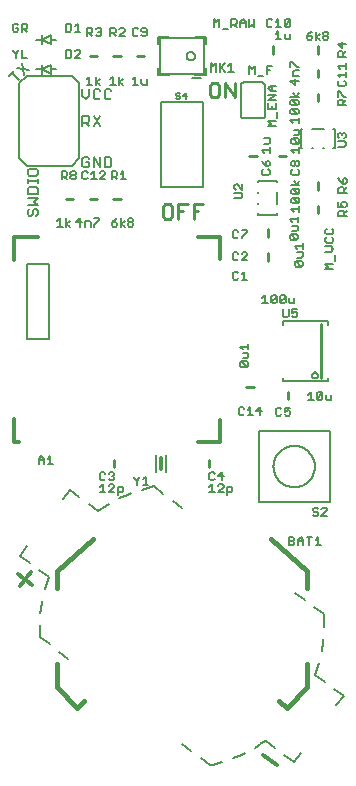
<source format=gbr>
G75*
%MOIN*%
%OFA0B0*%
%FSLAX25Y25*%
%IPPOS*%
%LPD*%
%AMOC8*
5,1,8,0,0,1.08239X$1,22.5*
%
%ADD10C,0.00600*%
%ADD11C,0.00900*%
%ADD12C,0.00500*%
%ADD13C,0.00800*%
%ADD14C,0.01000*%
%ADD15C,0.01600*%
%ADD16C,0.01200*%
%ADD17C,0.01181*%
D10*
X0025891Y0227128D02*
X0025891Y0224859D01*
X0027025Y0223725D01*
X0028159Y0224859D01*
X0028159Y0227128D01*
X0031842Y0226561D02*
X0031275Y0227128D01*
X0030141Y0227128D01*
X0029574Y0226561D01*
X0029574Y0224292D01*
X0030141Y0223725D01*
X0031275Y0223725D01*
X0031842Y0224292D01*
X0035525Y0226561D02*
X0034958Y0227128D01*
X0033824Y0227128D01*
X0033257Y0226561D01*
X0033257Y0224292D01*
X0033824Y0223725D01*
X0034958Y0223725D01*
X0035525Y0224292D01*
X0028159Y0203923D02*
X0027592Y0204490D01*
X0026458Y0204490D01*
X0025891Y0203923D01*
X0025891Y0201655D01*
X0026458Y0201087D01*
X0027592Y0201087D01*
X0028159Y0201655D01*
X0028159Y0202789D01*
X0027025Y0202789D01*
X0029574Y0201087D02*
X0029574Y0204490D01*
X0031842Y0201087D01*
X0031842Y0204490D01*
X0033257Y0204490D02*
X0033257Y0201087D01*
X0034958Y0201087D01*
X0035525Y0201655D01*
X0035525Y0203923D01*
X0034958Y0204490D01*
X0033257Y0204490D01*
X0004739Y0230065D02*
X0002333Y0232471D01*
X0001531Y0231669D02*
X0003135Y0233273D01*
X0004135Y0234273D02*
X0008145Y0233471D01*
X0006541Y0231867D02*
X0005739Y0235878D01*
X0025891Y0214867D02*
X0025891Y0218270D01*
X0027592Y0218270D01*
X0028159Y0217703D01*
X0028159Y0216568D01*
X0027592Y0216001D01*
X0025891Y0216001D01*
X0027025Y0216001D02*
X0028159Y0214867D01*
X0031842Y0214867D02*
X0029574Y0218270D01*
X0031842Y0218270D02*
X0029574Y0214867D01*
X0008183Y0187116D02*
X0007616Y0186549D01*
X0007616Y0185414D01*
X0008183Y0184847D01*
X0008750Y0184847D01*
X0009317Y0185414D01*
X0009317Y0186549D01*
X0009885Y0187116D01*
X0010452Y0187116D01*
X0011019Y0186549D01*
X0011019Y0185414D01*
X0010452Y0184847D01*
X0007616Y0188530D02*
X0011019Y0188530D01*
X0009885Y0189665D01*
X0011019Y0190799D01*
X0007616Y0190799D01*
X0007616Y0192214D02*
X0011019Y0192214D01*
X0011019Y0193915D01*
X0010452Y0194482D01*
X0008183Y0194482D01*
X0007616Y0193915D01*
X0007616Y0192214D01*
X0011019Y0195897D02*
X0011019Y0197031D01*
X0011019Y0196464D02*
X0007616Y0196464D01*
X0007616Y0195897D02*
X0007616Y0197031D01*
X0007616Y0200054D02*
X0007616Y0198919D01*
X0008183Y0198352D01*
X0010452Y0198352D01*
X0011019Y0198919D01*
X0011019Y0200054D01*
X0010452Y0200621D01*
X0008183Y0200621D01*
X0007616Y0200054D01*
X0084409Y0185346D02*
X0090787Y0185346D01*
X0090787Y0196543D02*
X0084409Y0196543D01*
X0090787Y0193000D02*
X0090787Y0188890D01*
X0084409Y0192630D02*
X0084409Y0193000D01*
X0084409Y0189260D02*
X0084409Y0188890D01*
X0084409Y0196173D02*
X0084409Y0196543D01*
X0084409Y0185717D02*
X0084409Y0185346D01*
X0090787Y0185346D02*
X0090787Y0185717D01*
X0090787Y0196173D02*
X0090787Y0196543D01*
X0078677Y0218425D02*
X0078677Y0228425D01*
X0086677Y0218425D02*
X0086675Y0218365D01*
X0086670Y0218304D01*
X0086661Y0218245D01*
X0086648Y0218186D01*
X0086632Y0218127D01*
X0086612Y0218070D01*
X0086589Y0218015D01*
X0086562Y0217960D01*
X0086533Y0217908D01*
X0086500Y0217857D01*
X0086464Y0217808D01*
X0086426Y0217762D01*
X0086384Y0217718D01*
X0086340Y0217676D01*
X0086294Y0217638D01*
X0086245Y0217602D01*
X0086194Y0217569D01*
X0086142Y0217540D01*
X0086087Y0217513D01*
X0086032Y0217490D01*
X0085975Y0217470D01*
X0085916Y0217454D01*
X0085857Y0217441D01*
X0085798Y0217432D01*
X0085737Y0217427D01*
X0085677Y0217425D01*
X0086677Y0228425D02*
X0086675Y0228485D01*
X0086670Y0228546D01*
X0086661Y0228605D01*
X0086648Y0228664D01*
X0086632Y0228723D01*
X0086612Y0228780D01*
X0086589Y0228835D01*
X0086562Y0228890D01*
X0086533Y0228942D01*
X0086500Y0228993D01*
X0086464Y0229042D01*
X0086426Y0229088D01*
X0086384Y0229132D01*
X0086340Y0229174D01*
X0086294Y0229212D01*
X0086245Y0229248D01*
X0086194Y0229281D01*
X0086142Y0229310D01*
X0086087Y0229337D01*
X0086032Y0229360D01*
X0085975Y0229380D01*
X0085916Y0229396D01*
X0085857Y0229409D01*
X0085798Y0229418D01*
X0085737Y0229423D01*
X0085677Y0229425D01*
X0079677Y0229425D02*
X0079617Y0229423D01*
X0079556Y0229418D01*
X0079497Y0229409D01*
X0079438Y0229396D01*
X0079379Y0229380D01*
X0079322Y0229360D01*
X0079267Y0229337D01*
X0079212Y0229310D01*
X0079160Y0229281D01*
X0079109Y0229248D01*
X0079060Y0229212D01*
X0079014Y0229174D01*
X0078970Y0229132D01*
X0078928Y0229088D01*
X0078890Y0229042D01*
X0078854Y0228993D01*
X0078821Y0228942D01*
X0078792Y0228890D01*
X0078765Y0228835D01*
X0078742Y0228780D01*
X0078722Y0228723D01*
X0078706Y0228664D01*
X0078693Y0228605D01*
X0078684Y0228546D01*
X0078679Y0228485D01*
X0078677Y0228425D01*
X0078677Y0218425D02*
X0078679Y0218365D01*
X0078684Y0218304D01*
X0078693Y0218245D01*
X0078706Y0218186D01*
X0078722Y0218127D01*
X0078742Y0218070D01*
X0078765Y0218015D01*
X0078792Y0217960D01*
X0078821Y0217908D01*
X0078854Y0217857D01*
X0078890Y0217808D01*
X0078928Y0217762D01*
X0078970Y0217718D01*
X0079014Y0217676D01*
X0079060Y0217638D01*
X0079109Y0217602D01*
X0079160Y0217569D01*
X0079212Y0217540D01*
X0079267Y0217513D01*
X0079322Y0217490D01*
X0079379Y0217470D01*
X0079438Y0217454D01*
X0079497Y0217441D01*
X0079556Y0217432D01*
X0079617Y0217427D01*
X0079677Y0217425D01*
X0085677Y0217425D01*
X0085677Y0229425D02*
X0079677Y0229425D01*
X0086677Y0228425D02*
X0086677Y0218425D01*
X0109929Y0213819D02*
X0109929Y0207441D01*
X0098732Y0207441D02*
X0098732Y0213819D01*
X0102276Y0213819D02*
X0106386Y0213819D01*
X0102646Y0207441D02*
X0102276Y0207441D01*
X0106016Y0207441D02*
X0106386Y0207441D01*
X0099102Y0207441D02*
X0098732Y0207441D01*
X0109559Y0207441D02*
X0109929Y0207441D01*
X0109929Y0213819D02*
X0109559Y0213819D01*
X0099102Y0213819D02*
X0098732Y0213819D01*
D11*
X0054967Y0188717D02*
X0053399Y0188717D01*
X0052615Y0187933D01*
X0052615Y0184797D01*
X0053399Y0184013D01*
X0054967Y0184013D01*
X0055751Y0184797D01*
X0055751Y0187933D01*
X0054967Y0188717D01*
X0057772Y0184013D02*
X0057772Y0188717D01*
X0060908Y0188717D01*
X0059340Y0186365D02*
X0057772Y0186365D01*
X0062928Y0184013D02*
X0062928Y0188717D01*
X0066064Y0188717D01*
X0064496Y0186365D02*
X0062928Y0186365D01*
X0070715Y0229071D02*
X0069147Y0229071D01*
X0068363Y0228287D01*
X0068363Y0225151D01*
X0069147Y0224367D01*
X0070715Y0224367D01*
X0071499Y0225151D01*
X0071499Y0228287D01*
X0070715Y0229071D01*
X0073520Y0224367D02*
X0073520Y0229071D01*
X0076656Y0224367D01*
X0076656Y0229071D01*
D12*
X0109494Y0167081D02*
X0106792Y0167081D01*
X0107693Y0167981D01*
X0106792Y0168882D01*
X0109494Y0168882D01*
X0109944Y0170027D02*
X0109944Y0171829D01*
X0106792Y0172974D02*
X0108593Y0172974D01*
X0109494Y0173875D01*
X0108593Y0174775D01*
X0106792Y0174775D01*
X0107242Y0177722D02*
X0106792Y0177271D01*
X0106792Y0176371D01*
X0107242Y0175920D01*
X0109044Y0175920D01*
X0109494Y0176371D01*
X0109494Y0177271D01*
X0109044Y0177722D01*
X0107242Y0180668D02*
X0106792Y0180218D01*
X0106792Y0179317D01*
X0107242Y0178867D01*
X0109044Y0178867D01*
X0109494Y0179317D01*
X0109494Y0180218D01*
X0109044Y0180668D01*
X0081451Y0232041D02*
X0081451Y0234744D01*
X0082352Y0233843D01*
X0083252Y0234744D01*
X0083252Y0232041D01*
X0084397Y0231591D02*
X0086199Y0231591D01*
X0087344Y0232041D02*
X0087344Y0234744D01*
X0089145Y0234744D01*
X0088245Y0233392D02*
X0087344Y0233392D01*
X0069640Y0247789D02*
X0069640Y0250492D01*
X0070541Y0249591D01*
X0071441Y0250492D01*
X0071441Y0247789D01*
X0072586Y0247339D02*
X0074388Y0247339D01*
X0075533Y0247789D02*
X0075533Y0250492D01*
X0076884Y0250492D01*
X0077334Y0250041D01*
X0077334Y0249141D01*
X0076884Y0248690D01*
X0075533Y0248690D01*
X0076434Y0248690D02*
X0077334Y0247789D01*
X0078479Y0247789D02*
X0078479Y0249591D01*
X0079380Y0250492D01*
X0080281Y0249591D01*
X0080281Y0247789D01*
X0080281Y0249141D02*
X0078479Y0249141D01*
X0081426Y0250492D02*
X0081426Y0247789D01*
X0082327Y0248690D01*
X0083227Y0247789D01*
X0083227Y0250492D01*
X0020427Y0240157D02*
X0020427Y0237455D01*
X0021778Y0237455D01*
X0022229Y0237905D01*
X0022229Y0239707D01*
X0021778Y0240157D01*
X0020427Y0240157D01*
X0025175Y0237455D02*
X0023374Y0237455D01*
X0025175Y0239256D01*
X0025175Y0239707D01*
X0024725Y0240157D01*
X0023824Y0240157D01*
X0023374Y0239707D01*
X0002711Y0240157D02*
X0002711Y0239707D01*
X0003611Y0238806D01*
X0004512Y0239707D01*
X0004512Y0240157D01*
X0003611Y0238806D02*
X0003611Y0237455D01*
X0005657Y0240157D02*
X0005657Y0237455D01*
X0007459Y0237455D01*
X0020427Y0249015D02*
X0020427Y0246313D01*
X0021778Y0246313D01*
X0022229Y0246763D01*
X0022229Y0248565D01*
X0021778Y0249015D01*
X0020427Y0249015D01*
X0023374Y0248115D02*
X0024274Y0249015D01*
X0024274Y0246313D01*
X0023374Y0246313D02*
X0025175Y0246313D01*
X0004512Y0248565D02*
X0004062Y0249015D01*
X0003161Y0249015D01*
X0002711Y0248565D01*
X0002711Y0246763D01*
X0003161Y0246313D01*
X0004062Y0246313D01*
X0004512Y0246763D01*
X0004512Y0247664D01*
X0003611Y0247664D01*
X0005657Y0246313D02*
X0005657Y0249015D01*
X0007008Y0249015D01*
X0007459Y0248565D01*
X0007459Y0247664D01*
X0007008Y0247214D01*
X0005657Y0247214D01*
X0006558Y0247214D02*
X0007459Y0246313D01*
X0027317Y0244837D02*
X0027317Y0247539D01*
X0028668Y0247539D01*
X0029118Y0247089D01*
X0029118Y0246188D01*
X0028668Y0245737D01*
X0027317Y0245737D01*
X0028218Y0245737D02*
X0029118Y0244837D01*
X0030263Y0247089D02*
X0030714Y0247539D01*
X0031615Y0247539D01*
X0032065Y0247089D01*
X0032065Y0246638D01*
X0031615Y0246188D01*
X0031164Y0246188D01*
X0031615Y0246188D02*
X0032065Y0245737D01*
X0032065Y0245287D01*
X0031615Y0244837D01*
X0030714Y0244837D01*
X0030263Y0245287D01*
X0027317Y0230398D02*
X0028218Y0231299D01*
X0028218Y0228596D01*
X0029118Y0228596D02*
X0027317Y0228596D01*
X0030263Y0228596D02*
X0030263Y0231299D01*
X0031615Y0228596D02*
X0030263Y0229497D01*
X0031615Y0230398D01*
X0035191Y0244837D02*
X0035191Y0247539D01*
X0036542Y0247539D01*
X0036992Y0247089D01*
X0036992Y0246188D01*
X0036542Y0245737D01*
X0035191Y0245737D01*
X0036092Y0245737D02*
X0036992Y0244837D01*
X0039939Y0244837D02*
X0038137Y0244837D01*
X0039939Y0246638D01*
X0039939Y0247089D01*
X0039489Y0247539D01*
X0038588Y0247539D01*
X0038137Y0247089D01*
X0035191Y0230398D02*
X0036092Y0231299D01*
X0036092Y0228596D01*
X0036992Y0228596D02*
X0035191Y0228596D01*
X0038137Y0228596D02*
X0038137Y0231299D01*
X0039489Y0228596D02*
X0038137Y0229497D01*
X0039489Y0230398D01*
X0094738Y0075053D02*
X0094738Y0077755D01*
X0096089Y0077755D01*
X0096540Y0077305D01*
X0096540Y0076855D01*
X0096089Y0076404D01*
X0096540Y0075954D01*
X0096540Y0075504D01*
X0096089Y0075053D01*
X0094738Y0075053D01*
X0094738Y0076404D02*
X0096089Y0076404D01*
X0097685Y0075053D02*
X0097685Y0076855D01*
X0098585Y0077755D01*
X0099486Y0076855D01*
X0099486Y0075053D01*
X0099486Y0076404D02*
X0097685Y0076404D01*
X0101532Y0075053D02*
X0101532Y0077755D01*
X0100631Y0077755D02*
X0102433Y0077755D01*
X0103578Y0076855D02*
X0104479Y0077755D01*
X0104479Y0075053D01*
X0105379Y0075053D02*
X0103578Y0075053D01*
X0077839Y0165888D02*
X0077389Y0166338D01*
X0076488Y0166338D01*
X0076037Y0165888D01*
X0076037Y0164086D01*
X0076488Y0163636D01*
X0077389Y0163636D01*
X0077839Y0164086D01*
X0078984Y0165437D02*
X0079885Y0166338D01*
X0079885Y0163636D01*
X0080785Y0163636D02*
X0078984Y0163636D01*
X0085880Y0157563D02*
X0086781Y0158464D01*
X0086781Y0155762D01*
X0087681Y0155762D02*
X0085880Y0155762D01*
X0088826Y0156212D02*
X0088826Y0158014D01*
X0089277Y0158464D01*
X0090178Y0158464D01*
X0090628Y0158014D01*
X0090628Y0156212D01*
X0090178Y0155762D01*
X0089277Y0155762D01*
X0088826Y0156212D01*
X0090628Y0158014D01*
X0091773Y0156212D02*
X0091773Y0158014D01*
X0092223Y0158464D01*
X0093124Y0158464D01*
X0093574Y0158014D01*
X0093574Y0156212D01*
X0093124Y0155762D01*
X0092223Y0155762D01*
X0091773Y0156212D01*
X0093574Y0158014D01*
X0094719Y0157563D02*
X0094719Y0156212D01*
X0095170Y0155762D01*
X0096521Y0155762D01*
X0096521Y0157563D01*
X0086081Y0200378D02*
X0085630Y0199928D01*
X0085630Y0199027D01*
X0086081Y0198577D01*
X0087882Y0198577D01*
X0088333Y0199027D01*
X0088333Y0199928D01*
X0087882Y0200378D01*
X0085630Y0203325D02*
X0086081Y0202424D01*
X0086982Y0201523D01*
X0087882Y0201523D01*
X0088333Y0201974D01*
X0088333Y0202874D01*
X0087882Y0203325D01*
X0087432Y0203325D01*
X0086982Y0202874D01*
X0086982Y0201523D01*
X0086531Y0205959D02*
X0085630Y0206859D01*
X0088333Y0206859D01*
X0088333Y0205959D02*
X0088333Y0207760D01*
X0086531Y0208905D02*
X0087882Y0208905D01*
X0088333Y0209356D01*
X0088333Y0210707D01*
X0086531Y0210707D01*
X0095923Y0200378D02*
X0095473Y0199928D01*
X0095473Y0199027D01*
X0095923Y0198577D01*
X0097725Y0198577D01*
X0098175Y0199027D01*
X0098175Y0199928D01*
X0097725Y0200378D01*
X0095923Y0201523D02*
X0095473Y0201974D01*
X0095473Y0202874D01*
X0095923Y0203325D01*
X0096374Y0203325D01*
X0096824Y0202874D01*
X0097274Y0203325D01*
X0097725Y0203325D01*
X0098175Y0202874D01*
X0098175Y0201974D01*
X0097725Y0201523D01*
X0097274Y0201523D01*
X0096824Y0201974D01*
X0096374Y0201523D01*
X0095923Y0201523D01*
X0096824Y0201974D02*
X0096824Y0202874D01*
X0096374Y0205959D02*
X0095473Y0206859D01*
X0098175Y0206859D01*
X0098175Y0205959D02*
X0098175Y0207760D01*
X0097725Y0208905D02*
X0095923Y0208905D01*
X0095473Y0209356D01*
X0095473Y0210256D01*
X0095923Y0210707D01*
X0097725Y0210707D01*
X0098175Y0210256D01*
X0098175Y0209356D01*
X0097725Y0208905D01*
X0095923Y0210707D01*
X0096374Y0211852D02*
X0097725Y0211852D01*
X0098175Y0212302D01*
X0098175Y0213653D01*
X0096374Y0213653D01*
X0113923Y0184797D02*
X0111221Y0184797D01*
X0111221Y0186148D01*
X0111671Y0186599D01*
X0112572Y0186599D01*
X0113022Y0186148D01*
X0113022Y0184797D01*
X0113022Y0185698D02*
X0113923Y0186599D01*
X0111221Y0189545D02*
X0111221Y0187744D01*
X0112572Y0187744D01*
X0112122Y0188645D01*
X0112122Y0189095D01*
X0112572Y0189545D01*
X0113473Y0189545D01*
X0113923Y0189095D01*
X0113923Y0188194D01*
X0113473Y0187744D01*
X0111426Y0229925D02*
X0110976Y0229474D01*
X0110976Y0228573D01*
X0111426Y0228123D01*
X0113228Y0228123D01*
X0113678Y0228573D01*
X0113678Y0229474D01*
X0113228Y0229925D01*
X0111877Y0231070D02*
X0110976Y0231970D01*
X0113678Y0231970D01*
X0113678Y0231070D02*
X0113678Y0232871D01*
X0111877Y0234016D02*
X0110976Y0234917D01*
X0113678Y0234917D01*
X0113678Y0234016D02*
X0113678Y0235818D01*
X0097930Y0229966D02*
X0095228Y0229966D01*
X0096579Y0228615D01*
X0096579Y0230417D01*
X0097930Y0231562D02*
X0096129Y0231562D01*
X0096129Y0232913D01*
X0096579Y0233363D01*
X0097930Y0233363D01*
X0095228Y0234508D02*
X0095228Y0236310D01*
X0095678Y0236310D01*
X0097480Y0234508D01*
X0097930Y0234508D01*
X0076527Y0190715D02*
X0078779Y0190715D01*
X0079230Y0191166D01*
X0079230Y0192066D01*
X0078779Y0192517D01*
X0076527Y0192517D01*
X0079230Y0195463D02*
X0079230Y0193662D01*
X0077428Y0195463D01*
X0076978Y0195463D01*
X0076527Y0195013D01*
X0076527Y0194112D01*
X0076978Y0193662D01*
X0092195Y0120528D02*
X0091745Y0120978D01*
X0090844Y0120978D01*
X0090393Y0120528D01*
X0090393Y0118726D01*
X0090844Y0118276D01*
X0091745Y0118276D01*
X0092195Y0118726D01*
X0095142Y0120978D02*
X0093340Y0120978D01*
X0093340Y0119627D01*
X0094241Y0120077D01*
X0094691Y0120077D01*
X0095142Y0119627D01*
X0095142Y0118726D01*
X0094691Y0118276D01*
X0093790Y0118276D01*
X0093340Y0118726D01*
X0101155Y0125328D02*
X0102055Y0126229D01*
X0102055Y0123526D01*
X0101155Y0123526D02*
X0102956Y0123526D01*
X0104101Y0123977D02*
X0104101Y0125778D01*
X0104551Y0126229D01*
X0105452Y0126229D01*
X0105903Y0125778D01*
X0105903Y0123977D01*
X0105452Y0123526D01*
X0104551Y0123526D01*
X0104101Y0123977D01*
X0105903Y0125778D01*
X0107048Y0125328D02*
X0107048Y0123977D01*
X0107498Y0123526D01*
X0108849Y0123526D01*
X0108849Y0125328D01*
X0043065Y0097933D02*
X0043065Y0097482D01*
X0043966Y0096581D01*
X0044866Y0097482D01*
X0044866Y0097933D01*
X0043966Y0096581D02*
X0043966Y0095230D01*
X0046011Y0097032D02*
X0046912Y0097933D01*
X0046912Y0095230D01*
X0046011Y0095230D02*
X0047813Y0095230D01*
X0033548Y0098959D02*
X0033097Y0099409D01*
X0032196Y0099409D01*
X0031746Y0098959D01*
X0031746Y0097157D01*
X0032196Y0096707D01*
X0033097Y0096707D01*
X0033548Y0097157D01*
X0034693Y0098959D02*
X0035143Y0099409D01*
X0036044Y0099409D01*
X0036494Y0098959D01*
X0036494Y0098508D01*
X0036044Y0098058D01*
X0035593Y0098058D01*
X0036044Y0098058D02*
X0036494Y0097607D01*
X0036494Y0097157D01*
X0036044Y0096707D01*
X0035143Y0096707D01*
X0034693Y0097157D01*
X0031746Y0094571D02*
X0032647Y0095472D01*
X0032647Y0092770D01*
X0031746Y0092770D02*
X0033548Y0092770D01*
X0036494Y0092770D02*
X0034693Y0092770D01*
X0036494Y0094571D01*
X0036494Y0095022D01*
X0036044Y0095472D01*
X0035143Y0095472D01*
X0034693Y0095022D01*
X0037639Y0091869D02*
X0037639Y0094571D01*
X0038990Y0094571D01*
X0039441Y0094121D01*
X0039441Y0093220D01*
X0038990Y0092770D01*
X0037639Y0092770D01*
X0069965Y0098959D02*
X0069515Y0099409D01*
X0068614Y0099409D01*
X0068163Y0098959D01*
X0068163Y0097157D01*
X0068614Y0096707D01*
X0069515Y0096707D01*
X0069965Y0097157D01*
X0072461Y0096707D02*
X0072461Y0099409D01*
X0071110Y0098058D01*
X0072911Y0098058D01*
X0068163Y0094571D02*
X0069064Y0095472D01*
X0069064Y0092770D01*
X0068163Y0092770D02*
X0069965Y0092770D01*
X0072911Y0092770D02*
X0071110Y0092770D01*
X0072911Y0094571D01*
X0072911Y0095022D01*
X0072461Y0095472D01*
X0071560Y0095472D01*
X0071110Y0095022D01*
X0074056Y0091869D02*
X0074056Y0094571D01*
X0075408Y0094571D01*
X0075858Y0094121D01*
X0075858Y0093220D01*
X0075408Y0092770D01*
X0074056Y0092770D01*
X0090423Y0214704D02*
X0087721Y0214704D01*
X0088622Y0215604D01*
X0087721Y0216505D01*
X0090423Y0216505D01*
X0090873Y0217650D02*
X0090873Y0219452D01*
X0087721Y0222398D02*
X0087721Y0220597D01*
X0090423Y0220597D01*
X0090423Y0222398D01*
X0089072Y0221497D02*
X0089072Y0220597D01*
X0090423Y0223543D02*
X0087721Y0223543D01*
X0090423Y0225345D01*
X0087721Y0225345D01*
X0090423Y0226490D02*
X0088622Y0226490D01*
X0087721Y0227390D01*
X0088622Y0228291D01*
X0090423Y0228291D01*
X0089072Y0228291D02*
X0089072Y0226490D01*
X0007402Y0168701D02*
X0014902Y0168701D01*
X0014902Y0143701D01*
X0007402Y0143701D01*
X0007402Y0168701D01*
X0011325Y0102089D02*
X0011325Y0103891D01*
X0012226Y0104792D01*
X0013127Y0103891D01*
X0013127Y0102089D01*
X0013127Y0103441D02*
X0011325Y0103441D01*
X0014272Y0103891D02*
X0015173Y0104792D01*
X0015173Y0102089D01*
X0014272Y0102089D02*
X0016074Y0102089D01*
X0077839Y0179667D02*
X0077389Y0180118D01*
X0076488Y0180118D01*
X0076037Y0179667D01*
X0076037Y0177866D01*
X0076488Y0177415D01*
X0077389Y0177415D01*
X0077839Y0177866D01*
X0078984Y0180118D02*
X0080785Y0180118D01*
X0080785Y0179667D01*
X0078984Y0177866D01*
X0078984Y0177415D01*
X0097233Y0176923D02*
X0095431Y0176923D01*
X0094981Y0177374D01*
X0094981Y0178274D01*
X0095431Y0178725D01*
X0097233Y0178725D01*
X0097683Y0178274D01*
X0097683Y0177374D01*
X0097233Y0176923D01*
X0095431Y0178725D01*
X0095882Y0179870D02*
X0097233Y0179870D01*
X0097683Y0180320D01*
X0097683Y0181671D01*
X0095882Y0181671D01*
X0095882Y0182816D02*
X0094981Y0183717D01*
X0097683Y0183717D01*
X0097683Y0182816D02*
X0097683Y0184618D01*
X0110976Y0207940D02*
X0113228Y0207940D01*
X0113678Y0208390D01*
X0113678Y0209291D01*
X0113228Y0209741D01*
X0110976Y0209741D01*
X0111426Y0210886D02*
X0110976Y0211337D01*
X0110976Y0212237D01*
X0111426Y0212688D01*
X0111877Y0212688D01*
X0112327Y0212237D01*
X0112327Y0211787D01*
X0112327Y0212237D02*
X0112778Y0212688D01*
X0113228Y0212688D01*
X0113678Y0212237D01*
X0113678Y0211337D01*
X0113228Y0210886D01*
X0066457Y0244094D02*
X0066457Y0232283D01*
X0051654Y0232283D01*
X0051654Y0244094D01*
X0066457Y0244094D01*
X0060616Y0238189D02*
X0060618Y0238263D01*
X0060624Y0238337D01*
X0060634Y0238410D01*
X0060647Y0238483D01*
X0060665Y0238555D01*
X0060686Y0238626D01*
X0060712Y0238696D01*
X0060740Y0238764D01*
X0060773Y0238831D01*
X0060809Y0238896D01*
X0060848Y0238958D01*
X0060891Y0239019D01*
X0060936Y0239077D01*
X0060985Y0239133D01*
X0061037Y0239186D01*
X0061091Y0239237D01*
X0061148Y0239284D01*
X0061208Y0239328D01*
X0061270Y0239369D01*
X0061334Y0239407D01*
X0061399Y0239441D01*
X0061467Y0239471D01*
X0061536Y0239498D01*
X0061606Y0239522D01*
X0061678Y0239541D01*
X0061750Y0239557D01*
X0061823Y0239569D01*
X0061897Y0239577D01*
X0061971Y0239581D01*
X0062045Y0239581D01*
X0062119Y0239577D01*
X0062193Y0239569D01*
X0062266Y0239557D01*
X0062338Y0239541D01*
X0062410Y0239522D01*
X0062480Y0239498D01*
X0062549Y0239471D01*
X0062617Y0239441D01*
X0062682Y0239407D01*
X0062746Y0239369D01*
X0062808Y0239328D01*
X0062868Y0239284D01*
X0062925Y0239237D01*
X0062979Y0239186D01*
X0063031Y0239133D01*
X0063080Y0239077D01*
X0063125Y0239019D01*
X0063168Y0238958D01*
X0063207Y0238896D01*
X0063243Y0238831D01*
X0063276Y0238764D01*
X0063304Y0238696D01*
X0063330Y0238626D01*
X0063351Y0238555D01*
X0063369Y0238483D01*
X0063382Y0238410D01*
X0063392Y0238337D01*
X0063398Y0238263D01*
X0063400Y0238189D01*
X0063398Y0238115D01*
X0063392Y0238041D01*
X0063382Y0237968D01*
X0063369Y0237895D01*
X0063351Y0237823D01*
X0063330Y0237752D01*
X0063304Y0237682D01*
X0063276Y0237614D01*
X0063243Y0237547D01*
X0063207Y0237482D01*
X0063168Y0237420D01*
X0063125Y0237359D01*
X0063080Y0237301D01*
X0063031Y0237245D01*
X0062979Y0237192D01*
X0062925Y0237141D01*
X0062868Y0237094D01*
X0062808Y0237050D01*
X0062746Y0237009D01*
X0062682Y0236971D01*
X0062617Y0236937D01*
X0062549Y0236907D01*
X0062480Y0236880D01*
X0062410Y0236856D01*
X0062338Y0236837D01*
X0062266Y0236821D01*
X0062193Y0236809D01*
X0062119Y0236801D01*
X0062045Y0236797D01*
X0061971Y0236797D01*
X0061897Y0236801D01*
X0061823Y0236809D01*
X0061750Y0236821D01*
X0061678Y0236837D01*
X0061606Y0236856D01*
X0061536Y0236880D01*
X0061467Y0236907D01*
X0061399Y0236937D01*
X0061334Y0236971D01*
X0061270Y0237009D01*
X0061208Y0237050D01*
X0061148Y0237094D01*
X0061091Y0237141D01*
X0061037Y0237192D01*
X0060985Y0237245D01*
X0060936Y0237301D01*
X0060891Y0237359D01*
X0060848Y0237420D01*
X0060809Y0237482D01*
X0060773Y0237547D01*
X0060740Y0237614D01*
X0060712Y0237682D01*
X0060686Y0237752D01*
X0060665Y0237823D01*
X0060647Y0237895D01*
X0060634Y0237968D01*
X0060624Y0238041D01*
X0060618Y0238115D01*
X0060616Y0238189D01*
X0062402Y0230906D02*
X0065354Y0230906D01*
X0066929Y0242126D02*
X0066929Y0244488D01*
X0063386Y0244488D01*
X0066929Y0234252D02*
X0066929Y0231890D01*
X0063386Y0231890D01*
X0054724Y0231890D02*
X0051181Y0231890D01*
X0051181Y0234252D01*
X0054724Y0244488D02*
X0051181Y0244488D01*
X0051181Y0242126D01*
X0068656Y0233026D02*
X0068656Y0235728D01*
X0069556Y0234827D01*
X0070457Y0235728D01*
X0070457Y0233026D01*
X0071602Y0233026D02*
X0071602Y0235728D01*
X0071602Y0233926D02*
X0073404Y0235728D01*
X0072052Y0234377D02*
X0073404Y0233026D01*
X0074549Y0234827D02*
X0075449Y0235728D01*
X0075449Y0233026D01*
X0074549Y0233026D02*
X0076350Y0233026D01*
X0044374Y0247089D02*
X0043924Y0247539D01*
X0043023Y0247539D01*
X0042573Y0247089D01*
X0042573Y0245287D01*
X0043023Y0244837D01*
X0043924Y0244837D01*
X0044374Y0245287D01*
X0045519Y0245287D02*
X0045970Y0244837D01*
X0046870Y0244837D01*
X0047321Y0245287D01*
X0047321Y0247089D01*
X0046870Y0247539D01*
X0045970Y0247539D01*
X0045519Y0247089D01*
X0045519Y0246638D01*
X0045970Y0246188D01*
X0047321Y0246188D01*
X0042573Y0230398D02*
X0043474Y0231299D01*
X0043474Y0228596D01*
X0044374Y0228596D02*
X0042573Y0228596D01*
X0045519Y0230398D02*
X0045519Y0229047D01*
X0045970Y0228596D01*
X0047321Y0228596D01*
X0047321Y0230398D01*
X0113923Y0192671D02*
X0111221Y0192671D01*
X0111221Y0194022D01*
X0111671Y0194473D01*
X0112572Y0194473D01*
X0113022Y0194022D01*
X0113022Y0192671D01*
X0113022Y0193572D02*
X0113923Y0194473D01*
X0111221Y0197419D02*
X0111671Y0196519D01*
X0112572Y0195618D01*
X0113473Y0195618D01*
X0113923Y0196068D01*
X0113923Y0196969D01*
X0113473Y0197419D01*
X0113022Y0197419D01*
X0112572Y0196969D01*
X0112572Y0195618D01*
X0096374Y0186274D02*
X0095473Y0187174D01*
X0098175Y0187174D01*
X0098175Y0186274D02*
X0098175Y0188075D01*
X0097725Y0189220D02*
X0095923Y0189220D01*
X0095473Y0189671D01*
X0095473Y0190571D01*
X0095923Y0191022D01*
X0097725Y0191022D01*
X0098175Y0190571D01*
X0098175Y0189671D01*
X0097725Y0189220D01*
X0095923Y0191022D01*
X0097725Y0192167D02*
X0095923Y0192167D01*
X0095473Y0192617D01*
X0095473Y0193518D01*
X0095923Y0193968D01*
X0097725Y0193968D01*
X0098175Y0193518D01*
X0098175Y0192617D01*
X0097725Y0192167D01*
X0095923Y0193968D01*
X0095473Y0195113D02*
X0098175Y0195113D01*
X0098175Y0196464D02*
X0097274Y0195113D01*
X0096374Y0196464D01*
X0113678Y0237959D02*
X0110976Y0237959D01*
X0110976Y0239310D01*
X0111426Y0239761D01*
X0112327Y0239761D01*
X0112778Y0239310D01*
X0112778Y0237959D01*
X0112778Y0238860D02*
X0113678Y0239761D01*
X0113678Y0242257D02*
X0110976Y0242257D01*
X0112327Y0240906D01*
X0112327Y0242707D01*
X0102463Y0246307D02*
X0101562Y0245857D01*
X0100661Y0244956D01*
X0100661Y0244055D01*
X0101112Y0243605D01*
X0102013Y0243605D01*
X0102463Y0244055D01*
X0102463Y0244506D01*
X0102013Y0244956D01*
X0100661Y0244956D01*
X0103608Y0243605D02*
X0103608Y0246307D01*
X0104959Y0243605D02*
X0103608Y0244506D01*
X0104959Y0245407D01*
X0106063Y0245857D02*
X0106514Y0246307D01*
X0107414Y0246307D01*
X0107865Y0245857D01*
X0107865Y0245407D01*
X0107414Y0244956D01*
X0107865Y0244506D01*
X0107865Y0244055D01*
X0107414Y0243605D01*
X0106514Y0243605D01*
X0106063Y0244055D01*
X0106063Y0244506D01*
X0106514Y0244956D01*
X0106063Y0245407D01*
X0106063Y0245857D01*
X0106514Y0244956D02*
X0107414Y0244956D01*
X0113678Y0221719D02*
X0110976Y0221719D01*
X0110976Y0223070D01*
X0111426Y0223521D01*
X0112327Y0223521D01*
X0112778Y0223070D01*
X0112778Y0221719D01*
X0112778Y0222620D02*
X0113678Y0223521D01*
X0110976Y0224666D02*
X0110976Y0226467D01*
X0111426Y0226467D01*
X0113228Y0224666D01*
X0113678Y0224666D01*
X0096129Y0215825D02*
X0095228Y0216726D01*
X0097930Y0216726D01*
X0097930Y0215825D02*
X0097930Y0217627D01*
X0097480Y0218772D02*
X0095678Y0218772D01*
X0095228Y0219222D01*
X0095228Y0220123D01*
X0095678Y0220573D01*
X0097480Y0220573D01*
X0097930Y0220123D01*
X0097930Y0219222D01*
X0097480Y0218772D01*
X0095678Y0220573D01*
X0097480Y0221718D02*
X0095678Y0221718D01*
X0095228Y0222169D01*
X0095228Y0223069D01*
X0095678Y0223520D01*
X0097480Y0223520D01*
X0097930Y0223069D01*
X0097930Y0222169D01*
X0097480Y0221718D01*
X0095678Y0223520D01*
X0095228Y0224665D02*
X0097930Y0224665D01*
X0097930Y0226016D02*
X0097030Y0224665D01*
X0096129Y0226016D01*
X0089158Y0250041D02*
X0088707Y0250492D01*
X0087807Y0250492D01*
X0087356Y0250041D01*
X0087356Y0248240D01*
X0087807Y0247789D01*
X0088707Y0247789D01*
X0089158Y0248240D01*
X0090303Y0249591D02*
X0091204Y0250492D01*
X0091204Y0247789D01*
X0092104Y0247789D02*
X0090303Y0247789D01*
X0093249Y0248240D02*
X0093249Y0250041D01*
X0093700Y0250492D01*
X0094600Y0250492D01*
X0095051Y0250041D01*
X0095051Y0248240D01*
X0094600Y0247789D01*
X0093700Y0247789D01*
X0093249Y0248240D01*
X0095051Y0250041D01*
X0090309Y0245654D02*
X0091210Y0246555D01*
X0091210Y0243852D01*
X0090309Y0243852D02*
X0092111Y0243852D01*
X0093256Y0245654D02*
X0093256Y0244303D01*
X0093706Y0243852D01*
X0095057Y0243852D01*
X0095057Y0245654D01*
X0022264Y0201535D02*
X0007264Y0201535D01*
X0004764Y0204035D01*
X0022264Y0201535D02*
X0024764Y0204035D01*
X0024764Y0229035D01*
X0022264Y0231535D01*
X0007264Y0231535D01*
X0004764Y0229035D01*
X0004764Y0204035D01*
X0108268Y0113189D02*
X0084646Y0113189D01*
X0084646Y0089567D01*
X0108268Y0089567D01*
X0108268Y0113189D01*
X0089567Y0101378D02*
X0089569Y0101547D01*
X0089575Y0101716D01*
X0089586Y0101885D01*
X0089600Y0102053D01*
X0089619Y0102221D01*
X0089642Y0102389D01*
X0089668Y0102556D01*
X0089699Y0102722D01*
X0089734Y0102888D01*
X0089773Y0103052D01*
X0089817Y0103216D01*
X0089864Y0103378D01*
X0089915Y0103539D01*
X0089970Y0103699D01*
X0090029Y0103858D01*
X0090091Y0104015D01*
X0090158Y0104170D01*
X0090229Y0104324D01*
X0090303Y0104476D01*
X0090381Y0104626D01*
X0090462Y0104774D01*
X0090547Y0104920D01*
X0090636Y0105064D01*
X0090728Y0105206D01*
X0090824Y0105345D01*
X0090923Y0105482D01*
X0091025Y0105617D01*
X0091131Y0105749D01*
X0091240Y0105878D01*
X0091352Y0106005D01*
X0091467Y0106129D01*
X0091585Y0106250D01*
X0091706Y0106368D01*
X0091830Y0106483D01*
X0091957Y0106595D01*
X0092086Y0106704D01*
X0092218Y0106810D01*
X0092353Y0106912D01*
X0092490Y0107011D01*
X0092629Y0107107D01*
X0092771Y0107199D01*
X0092915Y0107288D01*
X0093061Y0107373D01*
X0093209Y0107454D01*
X0093359Y0107532D01*
X0093511Y0107606D01*
X0093665Y0107677D01*
X0093820Y0107744D01*
X0093977Y0107806D01*
X0094136Y0107865D01*
X0094296Y0107920D01*
X0094457Y0107971D01*
X0094619Y0108018D01*
X0094783Y0108062D01*
X0094947Y0108101D01*
X0095113Y0108136D01*
X0095279Y0108167D01*
X0095446Y0108193D01*
X0095614Y0108216D01*
X0095782Y0108235D01*
X0095950Y0108249D01*
X0096119Y0108260D01*
X0096288Y0108266D01*
X0096457Y0108268D01*
X0096626Y0108266D01*
X0096795Y0108260D01*
X0096964Y0108249D01*
X0097132Y0108235D01*
X0097300Y0108216D01*
X0097468Y0108193D01*
X0097635Y0108167D01*
X0097801Y0108136D01*
X0097967Y0108101D01*
X0098131Y0108062D01*
X0098295Y0108018D01*
X0098457Y0107971D01*
X0098618Y0107920D01*
X0098778Y0107865D01*
X0098937Y0107806D01*
X0099094Y0107744D01*
X0099249Y0107677D01*
X0099403Y0107606D01*
X0099555Y0107532D01*
X0099705Y0107454D01*
X0099853Y0107373D01*
X0099999Y0107288D01*
X0100143Y0107199D01*
X0100285Y0107107D01*
X0100424Y0107011D01*
X0100561Y0106912D01*
X0100696Y0106810D01*
X0100828Y0106704D01*
X0100957Y0106595D01*
X0101084Y0106483D01*
X0101208Y0106368D01*
X0101329Y0106250D01*
X0101447Y0106129D01*
X0101562Y0106005D01*
X0101674Y0105878D01*
X0101783Y0105749D01*
X0101889Y0105617D01*
X0101991Y0105482D01*
X0102090Y0105345D01*
X0102186Y0105206D01*
X0102278Y0105064D01*
X0102367Y0104920D01*
X0102452Y0104774D01*
X0102533Y0104626D01*
X0102611Y0104476D01*
X0102685Y0104324D01*
X0102756Y0104170D01*
X0102823Y0104015D01*
X0102885Y0103858D01*
X0102944Y0103699D01*
X0102999Y0103539D01*
X0103050Y0103378D01*
X0103097Y0103216D01*
X0103141Y0103052D01*
X0103180Y0102888D01*
X0103215Y0102722D01*
X0103246Y0102556D01*
X0103272Y0102389D01*
X0103295Y0102221D01*
X0103314Y0102053D01*
X0103328Y0101885D01*
X0103339Y0101716D01*
X0103345Y0101547D01*
X0103347Y0101378D01*
X0103345Y0101209D01*
X0103339Y0101040D01*
X0103328Y0100871D01*
X0103314Y0100703D01*
X0103295Y0100535D01*
X0103272Y0100367D01*
X0103246Y0100200D01*
X0103215Y0100034D01*
X0103180Y0099868D01*
X0103141Y0099704D01*
X0103097Y0099540D01*
X0103050Y0099378D01*
X0102999Y0099217D01*
X0102944Y0099057D01*
X0102885Y0098898D01*
X0102823Y0098741D01*
X0102756Y0098586D01*
X0102685Y0098432D01*
X0102611Y0098280D01*
X0102533Y0098130D01*
X0102452Y0097982D01*
X0102367Y0097836D01*
X0102278Y0097692D01*
X0102186Y0097550D01*
X0102090Y0097411D01*
X0101991Y0097274D01*
X0101889Y0097139D01*
X0101783Y0097007D01*
X0101674Y0096878D01*
X0101562Y0096751D01*
X0101447Y0096627D01*
X0101329Y0096506D01*
X0101208Y0096388D01*
X0101084Y0096273D01*
X0100957Y0096161D01*
X0100828Y0096052D01*
X0100696Y0095946D01*
X0100561Y0095844D01*
X0100424Y0095745D01*
X0100285Y0095649D01*
X0100143Y0095557D01*
X0099999Y0095468D01*
X0099853Y0095383D01*
X0099705Y0095302D01*
X0099555Y0095224D01*
X0099403Y0095150D01*
X0099249Y0095079D01*
X0099094Y0095012D01*
X0098937Y0094950D01*
X0098778Y0094891D01*
X0098618Y0094836D01*
X0098457Y0094785D01*
X0098295Y0094738D01*
X0098131Y0094694D01*
X0097967Y0094655D01*
X0097801Y0094620D01*
X0097635Y0094589D01*
X0097468Y0094563D01*
X0097300Y0094540D01*
X0097132Y0094521D01*
X0096964Y0094507D01*
X0096795Y0094496D01*
X0096626Y0094490D01*
X0096457Y0094488D01*
X0096288Y0094490D01*
X0096119Y0094496D01*
X0095950Y0094507D01*
X0095782Y0094521D01*
X0095614Y0094540D01*
X0095446Y0094563D01*
X0095279Y0094589D01*
X0095113Y0094620D01*
X0094947Y0094655D01*
X0094783Y0094694D01*
X0094619Y0094738D01*
X0094457Y0094785D01*
X0094296Y0094836D01*
X0094136Y0094891D01*
X0093977Y0094950D01*
X0093820Y0095012D01*
X0093665Y0095079D01*
X0093511Y0095150D01*
X0093359Y0095224D01*
X0093209Y0095302D01*
X0093061Y0095383D01*
X0092915Y0095468D01*
X0092771Y0095557D01*
X0092629Y0095649D01*
X0092490Y0095745D01*
X0092353Y0095844D01*
X0092218Y0095946D01*
X0092086Y0096052D01*
X0091957Y0096161D01*
X0091830Y0096273D01*
X0091706Y0096388D01*
X0091585Y0096506D01*
X0091467Y0096627D01*
X0091352Y0096751D01*
X0091240Y0096878D01*
X0091131Y0097007D01*
X0091025Y0097139D01*
X0090923Y0097274D01*
X0090824Y0097411D01*
X0090728Y0097550D01*
X0090636Y0097692D01*
X0090547Y0097836D01*
X0090462Y0097982D01*
X0090381Y0098130D01*
X0090303Y0098280D01*
X0090229Y0098432D01*
X0090158Y0098586D01*
X0090091Y0098741D01*
X0090029Y0098898D01*
X0089970Y0099057D01*
X0089915Y0099217D01*
X0089864Y0099378D01*
X0089817Y0099540D01*
X0089773Y0099704D01*
X0089734Y0099868D01*
X0089699Y0100034D01*
X0089668Y0100200D01*
X0089642Y0100367D01*
X0089619Y0100535D01*
X0089600Y0100703D01*
X0089586Y0100871D01*
X0089575Y0101040D01*
X0089569Y0101209D01*
X0089567Y0101378D01*
X0104426Y0087148D02*
X0103976Y0087598D01*
X0103075Y0087598D01*
X0102625Y0087148D01*
X0102625Y0086697D01*
X0103075Y0086247D01*
X0103976Y0086247D01*
X0104426Y0085796D01*
X0104426Y0085346D01*
X0103976Y0084896D01*
X0103075Y0084896D01*
X0102625Y0085346D01*
X0107373Y0084896D02*
X0105571Y0084896D01*
X0107373Y0086697D01*
X0107373Y0087148D01*
X0106922Y0087598D01*
X0106022Y0087598D01*
X0105571Y0087148D01*
X0018951Y0197100D02*
X0018951Y0199803D01*
X0020302Y0199803D01*
X0020752Y0199352D01*
X0020752Y0198452D01*
X0020302Y0198001D01*
X0018951Y0198001D01*
X0019852Y0198001D02*
X0020752Y0197100D01*
X0021897Y0199352D02*
X0022348Y0199803D01*
X0023248Y0199803D01*
X0023699Y0199352D01*
X0023699Y0198902D01*
X0023248Y0198452D01*
X0023699Y0198001D01*
X0023699Y0197551D01*
X0023248Y0197100D01*
X0022348Y0197100D01*
X0021897Y0197551D01*
X0021897Y0198001D01*
X0022348Y0198452D01*
X0021897Y0198902D01*
X0021897Y0199352D01*
X0022348Y0198452D02*
X0023248Y0198452D01*
X0017474Y0183154D02*
X0018375Y0184055D01*
X0018375Y0181352D01*
X0017474Y0181352D02*
X0019276Y0181352D01*
X0020421Y0181352D02*
X0020421Y0184055D01*
X0021772Y0181352D02*
X0020421Y0182253D01*
X0021772Y0183154D01*
X0077800Y0172325D02*
X0077349Y0172775D01*
X0076448Y0172775D01*
X0075998Y0172325D01*
X0075998Y0170523D01*
X0076448Y0170073D01*
X0077349Y0170073D01*
X0077800Y0170523D01*
X0080746Y0170073D02*
X0078945Y0170073D01*
X0080746Y0171874D01*
X0080746Y0172325D01*
X0080296Y0172775D01*
X0079395Y0172775D01*
X0078945Y0172325D01*
X0098827Y0168026D02*
X0097026Y0168026D01*
X0096575Y0168476D01*
X0096575Y0169377D01*
X0097026Y0169827D01*
X0098827Y0169827D01*
X0099278Y0169377D01*
X0099278Y0168476D01*
X0098827Y0168026D01*
X0097026Y0169827D01*
X0097476Y0170972D02*
X0098827Y0170972D01*
X0099278Y0171422D01*
X0099278Y0172774D01*
X0097476Y0172774D01*
X0097476Y0173919D02*
X0096575Y0174819D01*
X0099278Y0174819D01*
X0099278Y0173919D02*
X0099278Y0175720D01*
X0027642Y0199352D02*
X0027192Y0199803D01*
X0026291Y0199803D01*
X0025841Y0199352D01*
X0025841Y0197551D01*
X0026291Y0197100D01*
X0027192Y0197100D01*
X0027642Y0197551D01*
X0028787Y0198902D02*
X0029688Y0199803D01*
X0029688Y0197100D01*
X0028787Y0197100D02*
X0030589Y0197100D01*
X0033535Y0197100D02*
X0031734Y0197100D01*
X0033535Y0198902D01*
X0033535Y0199352D01*
X0033085Y0199803D01*
X0032184Y0199803D01*
X0031734Y0199352D01*
X0025223Y0181352D02*
X0025223Y0184055D01*
X0023872Y0182704D01*
X0025674Y0182704D01*
X0026819Y0181352D02*
X0026819Y0183154D01*
X0028170Y0183154D01*
X0028620Y0182704D01*
X0028620Y0181352D01*
X0029765Y0184055D02*
X0031567Y0184055D01*
X0031567Y0183604D01*
X0029765Y0181803D01*
X0029765Y0181352D01*
X0079768Y0120652D02*
X0079318Y0121102D01*
X0078417Y0121102D01*
X0077967Y0120652D01*
X0077967Y0118850D01*
X0078417Y0118400D01*
X0079318Y0118400D01*
X0079768Y0118850D01*
X0080913Y0120201D02*
X0081814Y0121102D01*
X0081814Y0118400D01*
X0080913Y0118400D02*
X0082715Y0118400D01*
X0085211Y0118400D02*
X0085211Y0121102D01*
X0083860Y0119751D01*
X0085661Y0119751D01*
X0080619Y0134561D02*
X0078817Y0134561D01*
X0078367Y0135011D01*
X0078367Y0135912D01*
X0078817Y0136363D01*
X0080619Y0136363D01*
X0081069Y0135912D01*
X0081069Y0135011D01*
X0080619Y0134561D01*
X0078817Y0136363D01*
X0079267Y0137508D02*
X0080619Y0137508D01*
X0081069Y0137958D01*
X0081069Y0139309D01*
X0079267Y0139309D01*
X0079267Y0140454D02*
X0078367Y0141355D01*
X0081069Y0141355D01*
X0081069Y0140454D02*
X0081069Y0142256D01*
X0035683Y0197100D02*
X0035683Y0199803D01*
X0037034Y0199803D01*
X0037485Y0199352D01*
X0037485Y0198452D01*
X0037034Y0198001D01*
X0035683Y0198001D01*
X0036584Y0198001D02*
X0037485Y0197100D01*
X0038630Y0198902D02*
X0039530Y0199803D01*
X0039530Y0197100D01*
X0038630Y0197100D02*
X0040431Y0197100D01*
X0037485Y0184055D02*
X0036584Y0183604D01*
X0035683Y0182704D01*
X0035683Y0181803D01*
X0036133Y0181352D01*
X0037034Y0181352D01*
X0037485Y0181803D01*
X0037485Y0182253D01*
X0037034Y0182704D01*
X0035683Y0182704D01*
X0038630Y0184055D02*
X0038630Y0181352D01*
X0039981Y0181352D02*
X0038630Y0182253D01*
X0039981Y0183154D01*
X0041085Y0183604D02*
X0041535Y0184055D01*
X0042436Y0184055D01*
X0042887Y0183604D01*
X0042887Y0183154D01*
X0042436Y0182704D01*
X0042887Y0182253D01*
X0042887Y0181803D01*
X0042436Y0181352D01*
X0041535Y0181352D01*
X0041085Y0181803D01*
X0041085Y0182253D01*
X0041535Y0182704D01*
X0041085Y0183154D01*
X0041085Y0183604D01*
X0041535Y0182704D02*
X0042436Y0182704D01*
X0102394Y0131764D02*
X0102396Y0131827D01*
X0102402Y0131889D01*
X0102412Y0131951D01*
X0102425Y0132013D01*
X0102443Y0132073D01*
X0102464Y0132132D01*
X0102489Y0132190D01*
X0102518Y0132246D01*
X0102550Y0132300D01*
X0102585Y0132352D01*
X0102623Y0132401D01*
X0102665Y0132449D01*
X0102709Y0132493D01*
X0102757Y0132535D01*
X0102806Y0132573D01*
X0102858Y0132608D01*
X0102912Y0132640D01*
X0102968Y0132669D01*
X0103026Y0132694D01*
X0103085Y0132715D01*
X0103145Y0132733D01*
X0103207Y0132746D01*
X0103269Y0132756D01*
X0103331Y0132762D01*
X0103394Y0132764D01*
X0103457Y0132762D01*
X0103519Y0132756D01*
X0103581Y0132746D01*
X0103643Y0132733D01*
X0103703Y0132715D01*
X0103762Y0132694D01*
X0103820Y0132669D01*
X0103876Y0132640D01*
X0103930Y0132608D01*
X0103982Y0132573D01*
X0104031Y0132535D01*
X0104079Y0132493D01*
X0104123Y0132449D01*
X0104165Y0132401D01*
X0104203Y0132352D01*
X0104238Y0132300D01*
X0104270Y0132246D01*
X0104299Y0132190D01*
X0104324Y0132132D01*
X0104345Y0132073D01*
X0104363Y0132013D01*
X0104376Y0131951D01*
X0104386Y0131889D01*
X0104392Y0131827D01*
X0104394Y0131764D01*
X0104392Y0131701D01*
X0104386Y0131639D01*
X0104376Y0131577D01*
X0104363Y0131515D01*
X0104345Y0131455D01*
X0104324Y0131396D01*
X0104299Y0131338D01*
X0104270Y0131282D01*
X0104238Y0131228D01*
X0104203Y0131176D01*
X0104165Y0131127D01*
X0104123Y0131079D01*
X0104079Y0131035D01*
X0104031Y0130993D01*
X0103982Y0130955D01*
X0103930Y0130920D01*
X0103876Y0130888D01*
X0103820Y0130859D01*
X0103762Y0130834D01*
X0103703Y0130813D01*
X0103643Y0130795D01*
X0103581Y0130782D01*
X0103519Y0130772D01*
X0103457Y0130766D01*
X0103394Y0130764D01*
X0103331Y0130766D01*
X0103269Y0130772D01*
X0103207Y0130782D01*
X0103145Y0130795D01*
X0103085Y0130813D01*
X0103026Y0130834D01*
X0102968Y0130859D01*
X0102912Y0130888D01*
X0102858Y0130920D01*
X0102806Y0130955D01*
X0102757Y0130993D01*
X0102709Y0131035D01*
X0102665Y0131079D01*
X0102623Y0131127D01*
X0102585Y0131176D01*
X0102550Y0131228D01*
X0102518Y0131282D01*
X0102489Y0131338D01*
X0102464Y0131396D01*
X0102443Y0131455D01*
X0102425Y0131515D01*
X0102412Y0131577D01*
X0102402Y0131639D01*
X0102396Y0131701D01*
X0102394Y0131764D01*
X0092782Y0153788D02*
X0092782Y0151536D01*
X0093233Y0151085D01*
X0094133Y0151085D01*
X0094584Y0151536D01*
X0094584Y0153788D01*
X0097530Y0153788D02*
X0095729Y0153788D01*
X0095729Y0152437D01*
X0096629Y0152887D01*
X0097080Y0152887D01*
X0097530Y0152437D01*
X0097530Y0151536D01*
X0097080Y0151085D01*
X0096179Y0151085D01*
X0095729Y0151536D01*
X0058363Y0225496D02*
X0058046Y0225813D01*
X0057412Y0225813D01*
X0057095Y0225496D01*
X0057095Y0225179D01*
X0057412Y0224862D01*
X0058046Y0224862D01*
X0058363Y0224545D01*
X0058363Y0224228D01*
X0058046Y0223911D01*
X0057412Y0223911D01*
X0057095Y0224228D01*
X0060256Y0223911D02*
X0060256Y0225813D01*
X0059305Y0224862D01*
X0060573Y0224862D01*
D13*
X0015256Y0235236D02*
X0015256Y0233760D01*
X0015256Y0232283D01*
X0012303Y0233760D01*
X0015256Y0235236D01*
X0012303Y0232283D02*
X0012303Y0233760D01*
X0012303Y0235236D01*
X0012303Y0233760D02*
X0010335Y0233760D01*
X0015256Y0233760D02*
X0017224Y0233760D01*
X0015256Y0245079D02*
X0015256Y0243602D01*
X0015256Y0242126D01*
X0012303Y0243602D01*
X0015256Y0245079D01*
X0012303Y0242126D02*
X0012303Y0243602D01*
X0012303Y0245079D01*
X0012303Y0243602D02*
X0010335Y0243602D01*
X0015256Y0243602D02*
X0017224Y0243602D01*
X0053839Y0105315D02*
X0053839Y0099409D01*
X0050492Y0099409D02*
X0050492Y0105315D01*
X0024901Y0091219D02*
X0021756Y0093589D01*
X0028045Y0088850D02*
X0031189Y0086481D01*
X0021756Y0093589D02*
X0019387Y0090445D01*
X0007540Y0074723D02*
X0005171Y0071579D01*
X0008315Y0069210D01*
X0011459Y0066840D02*
X0014604Y0064471D01*
X0110570Y0021733D02*
X0112939Y0024878D01*
X0109795Y0027247D01*
X0106651Y0029616D02*
X0103507Y0031986D01*
X0098723Y0006012D02*
X0096354Y0002868D01*
X0093210Y0005237D01*
X0090065Y0007607D02*
X0086921Y0009976D01*
X0014946Y0042029D02*
X0011802Y0044399D01*
X0018091Y0039660D02*
X0021235Y0037291D01*
X0058966Y0008858D02*
X0062110Y0006489D01*
X0065254Y0004120D02*
X0068398Y0001750D01*
X0031189Y0086480D02*
X0032039Y0087090D01*
X0032902Y0087681D01*
X0033778Y0088253D01*
X0034666Y0088805D01*
X0038113Y0090704D02*
X0039054Y0091160D01*
X0040005Y0091595D01*
X0040966Y0092009D01*
X0041935Y0092402D01*
X0045656Y0093685D02*
X0046661Y0093974D01*
X0047673Y0094240D01*
X0048690Y0094484D01*
X0049712Y0094706D01*
X0104783Y0035969D02*
X0104497Y0034963D01*
X0104189Y0033963D01*
X0103858Y0032971D01*
X0103506Y0031986D01*
X0105658Y0039806D02*
X0105837Y0040836D01*
X0105993Y0041870D01*
X0106126Y0042908D01*
X0106237Y0043948D01*
X0106445Y0047878D02*
X0106445Y0048924D01*
X0106423Y0049970D01*
X0106377Y0051015D01*
X0106308Y0052058D01*
X0014604Y0064471D02*
X0014252Y0063486D01*
X0013921Y0062494D01*
X0013613Y0061494D01*
X0013327Y0060488D01*
X0012452Y0056651D02*
X0012273Y0055621D01*
X0012117Y0054587D01*
X0011984Y0053549D01*
X0011873Y0052509D01*
X0011665Y0048579D02*
X0011665Y0047533D01*
X0011687Y0046487D01*
X0011733Y0045442D01*
X0011802Y0044399D01*
X0083444Y0007651D02*
X0084332Y0008203D01*
X0085208Y0008775D01*
X0086071Y0009366D01*
X0086921Y0009976D01*
X0079997Y0005752D02*
X0079056Y0005296D01*
X0078105Y0004861D01*
X0077144Y0004447D01*
X0076175Y0004054D01*
X0072454Y0002771D02*
X0071449Y0002482D01*
X0070437Y0002216D01*
X0069420Y0001972D01*
X0068398Y0001750D01*
X0052856Y0092337D02*
X0049712Y0094706D01*
X0056000Y0089968D02*
X0059145Y0087598D01*
X0103164Y0054427D02*
X0106308Y0052058D01*
X0100020Y0056797D02*
X0096875Y0059166D01*
X0092894Y0131014D02*
X0092894Y0129764D01*
X0107894Y0129764D01*
X0107894Y0131014D01*
X0107894Y0148514D02*
X0107894Y0149764D01*
X0092894Y0149764D01*
X0092894Y0148514D01*
X0065945Y0222835D02*
X0052165Y0222835D01*
X0052165Y0194488D01*
X0065945Y0194488D01*
X0065945Y0222835D01*
D14*
X0030778Y0238189D02*
X0028278Y0238189D01*
X0036152Y0238189D02*
X0038652Y0238189D01*
X0081427Y0204724D02*
X0083927Y0204724D01*
X0091270Y0204724D02*
X0093770Y0204724D01*
X0104331Y0188258D02*
X0104331Y0185758D01*
X0104331Y0231033D02*
X0104331Y0233533D01*
X0094488Y0126250D02*
X0094488Y0123750D01*
X0036417Y0103612D02*
X0036417Y0101112D01*
X0067913Y0101112D02*
X0067913Y0103612D01*
X0087598Y0177884D02*
X0087598Y0180384D01*
X0046526Y0238189D02*
X0044026Y0238189D01*
X0104331Y0196132D02*
X0104331Y0193632D01*
X0104331Y0238907D02*
X0104331Y0241407D01*
X0104331Y0225659D02*
X0104331Y0223159D01*
X0089567Y0238907D02*
X0089567Y0241407D01*
X0022904Y0190453D02*
X0020404Y0190453D01*
X0087598Y0172510D02*
X0087598Y0170010D01*
X0030778Y0190453D02*
X0028278Y0190453D01*
X0080443Y0127953D02*
X0082943Y0127953D01*
X0038652Y0190453D02*
X0036152Y0190453D01*
X0105394Y0148764D02*
X0105394Y0130764D01*
D15*
X0029528Y0077165D02*
X0017520Y0066535D01*
X0088583Y0077165D02*
X0100591Y0066535D01*
X0100591Y0027815D02*
X0094055Y0020728D01*
X0024055Y0020728D02*
X0017520Y0027815D01*
X0100591Y0060827D02*
X0100591Y0066535D01*
X0017520Y0066535D02*
X0017520Y0060827D01*
X0017520Y0035630D02*
X0017520Y0027815D01*
X0100591Y0027815D02*
X0100591Y0035630D01*
X0026555Y0023228D02*
X0024055Y0020728D01*
X0091555Y0023228D02*
X0094055Y0020728D01*
D16*
X0052165Y0100394D02*
X0052165Y0104331D01*
X0009173Y0062011D02*
X0004484Y0065545D01*
X0008595Y0066123D02*
X0005062Y0061434D01*
X0086150Y0005237D02*
X0090840Y0001704D01*
D17*
X0003150Y0117323D02*
X0003150Y0109449D01*
X0004626Y0109449D01*
X0011024Y0177953D02*
X0003150Y0177953D01*
X0003150Y0170079D01*
X0071654Y0170571D02*
X0071654Y0177953D01*
X0064272Y0177953D01*
X0064272Y0109449D02*
X0071654Y0109449D01*
X0071654Y0116831D01*
M02*

</source>
